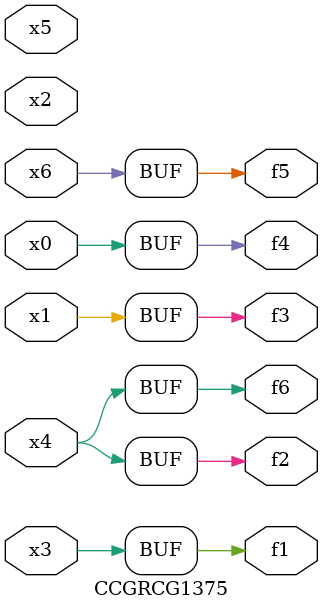
<source format=v>
module CCGRCG1375(
	input x0, x1, x2, x3, x4, x5, x6,
	output f1, f2, f3, f4, f5, f6
);
	assign f1 = x3;
	assign f2 = x4;
	assign f3 = x1;
	assign f4 = x0;
	assign f5 = x6;
	assign f6 = x4;
endmodule

</source>
